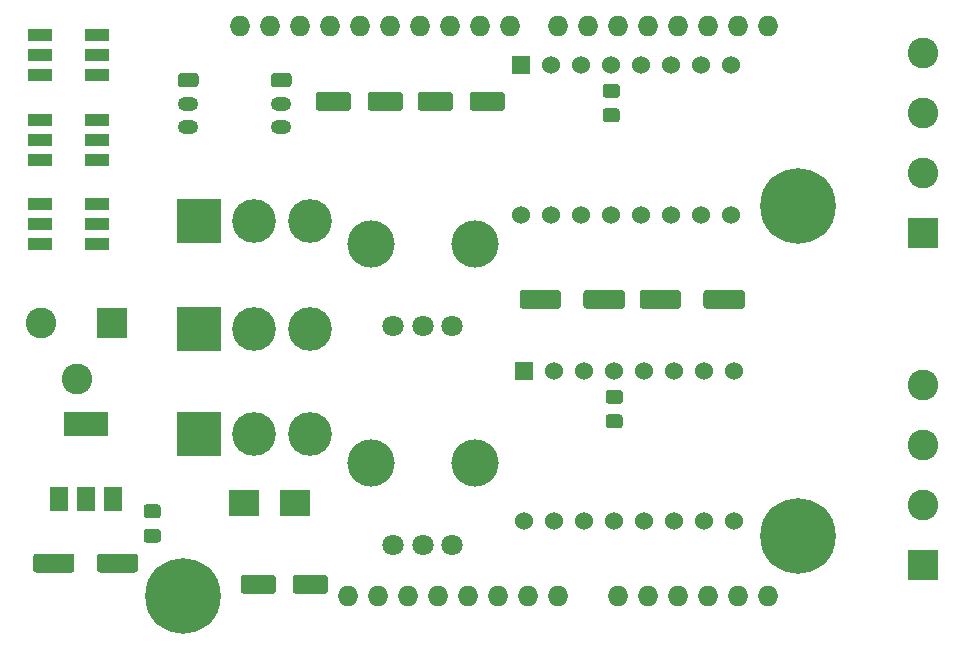
<source format=gts>
G04 #@! TF.GenerationSoftware,KiCad,Pcbnew,5.1.9-73d0e3b20d~88~ubuntu18.04.1*
G04 #@! TF.CreationDate,2021-02-13T22:57:23-05:00*
G04 #@! TF.ProjectId,driver,64726976-6572-42e6-9b69-6361645f7063,v1.0.0*
G04 #@! TF.SameCoordinates,Original*
G04 #@! TF.FileFunction,Soldermask,Top*
G04 #@! TF.FilePolarity,Negative*
%FSLAX46Y46*%
G04 Gerber Fmt 4.6, Leading zero omitted, Abs format (unit mm)*
G04 Created by KiCad (PCBNEW 5.1.9-73d0e3b20d~88~ubuntu18.04.1) date 2021-02-13 22:57:23*
%MOMM*%
%LPD*%
G01*
G04 APERTURE LIST*
%ADD10O,1.727200X1.727200*%
%ADD11C,3.200000*%
%ADD12R,1.524000X1.524000*%
%ADD13C,1.524000*%
%ADD14C,0.800000*%
%ADD15C,6.400000*%
%ADD16C,2.600000*%
%ADD17R,2.600000X2.600000*%
%ADD18O,1.750000X1.200000*%
%ADD19R,2.000000X1.100000*%
%ADD20C,1.800000*%
%ADD21C,4.000000*%
%ADD22C,3.700000*%
%ADD23R,3.700000X3.700000*%
%ADD24R,3.800000X2.000000*%
%ADD25R,1.500000X2.000000*%
%ADD26R,2.500000X2.300000*%
G04 APERTURE END LIST*
D10*
X171525000Y-125170000D03*
X168985000Y-125170000D03*
X166445000Y-125170000D03*
X163905000Y-125170000D03*
X161365000Y-125170000D03*
X135965000Y-125170000D03*
X142061000Y-76910000D03*
X139521000Y-76910000D03*
X136981000Y-76910000D03*
X131901000Y-76910000D03*
X129361000Y-76910000D03*
X126821000Y-76910000D03*
D11*
X121995000Y-125170000D03*
X174065000Y-92150000D03*
X174065000Y-120090000D03*
D10*
X144601000Y-76910000D03*
X147141000Y-76910000D03*
X149681000Y-76910000D03*
X134441000Y-76910000D03*
X153745000Y-76910000D03*
X156285000Y-76910000D03*
X158825000Y-76910000D03*
X161365000Y-76910000D03*
X163905000Y-76910000D03*
X166445000Y-76910000D03*
X168985000Y-76910000D03*
X171525000Y-76910000D03*
X138505000Y-125170000D03*
X141045000Y-125170000D03*
X143585000Y-125170000D03*
X146125000Y-125170000D03*
X148665000Y-125170000D03*
X151205000Y-125170000D03*
X153745000Y-125170000D03*
X158825000Y-125170000D03*
D12*
X150876000Y-106172000D03*
D13*
X153416000Y-106172000D03*
X155956000Y-106172000D03*
X158496000Y-106172000D03*
X161036000Y-106172000D03*
X163576000Y-106172000D03*
X166116000Y-106172000D03*
X168656000Y-106172000D03*
X168656000Y-118872000D03*
X166116000Y-118872000D03*
X163576000Y-118872000D03*
X161036000Y-118872000D03*
X158496000Y-118872000D03*
X155956000Y-118872000D03*
X153416000Y-118872000D03*
X150876000Y-118872000D03*
X150622000Y-92964000D03*
X153162000Y-92964000D03*
X155702000Y-92964000D03*
X158242000Y-92964000D03*
X160782000Y-92964000D03*
X163322000Y-92964000D03*
X165862000Y-92964000D03*
X168402000Y-92964000D03*
X168402000Y-80264000D03*
X165862000Y-80264000D03*
X163322000Y-80264000D03*
X160782000Y-80264000D03*
X158242000Y-80264000D03*
X155702000Y-80264000D03*
X153162000Y-80264000D03*
D12*
X150622000Y-80264000D03*
D10*
X158825000Y-125170000D03*
X153745000Y-125170000D03*
X151205000Y-125170000D03*
X148665000Y-125170000D03*
X146125000Y-125170000D03*
X143585000Y-125170000D03*
X141045000Y-125170000D03*
X138505000Y-125170000D03*
X171525000Y-76910000D03*
X168985000Y-76910000D03*
X166445000Y-76910000D03*
X163905000Y-76910000D03*
X161365000Y-76910000D03*
X158825000Y-76910000D03*
X156285000Y-76910000D03*
X153745000Y-76910000D03*
X134441000Y-76910000D03*
X149681000Y-76910000D03*
X147141000Y-76910000D03*
X144601000Y-76910000D03*
D11*
X174065000Y-120090000D03*
X174065000Y-92150000D03*
X121995000Y-125170000D03*
D10*
X126821000Y-76910000D03*
X129361000Y-76910000D03*
X131901000Y-76910000D03*
X136981000Y-76910000D03*
X139521000Y-76910000D03*
X142061000Y-76910000D03*
X135965000Y-125170000D03*
X161365000Y-125170000D03*
X163905000Y-125170000D03*
X166445000Y-125170000D03*
X168985000Y-125170000D03*
X171525000Y-125170000D03*
G36*
G01*
X141842000Y-83862000D02*
X141842000Y-82762000D01*
G75*
G02*
X142092000Y-82512000I250000J0D01*
G01*
X144592000Y-82512000D01*
G75*
G02*
X144842000Y-82762000I0J-250000D01*
G01*
X144842000Y-83862000D01*
G75*
G02*
X144592000Y-84112000I-250000J0D01*
G01*
X142092000Y-84112000D01*
G75*
G02*
X141842000Y-83862000I0J250000D01*
G01*
G37*
G36*
G01*
X146242000Y-83862000D02*
X146242000Y-82762000D01*
G75*
G02*
X146492000Y-82512000I250000J0D01*
G01*
X148992000Y-82512000D01*
G75*
G02*
X149242000Y-82762000I0J-250000D01*
G01*
X149242000Y-83862000D01*
G75*
G02*
X148992000Y-84112000I-250000J0D01*
G01*
X146492000Y-84112000D01*
G75*
G02*
X146242000Y-83862000I0J250000D01*
G01*
G37*
G36*
G01*
X131256000Y-124756000D02*
X131256000Y-123656000D01*
G75*
G02*
X131506000Y-123406000I250000J0D01*
G01*
X134006000Y-123406000D01*
G75*
G02*
X134256000Y-123656000I0J-250000D01*
G01*
X134256000Y-124756000D01*
G75*
G02*
X134006000Y-125006000I-250000J0D01*
G01*
X131506000Y-125006000D01*
G75*
G02*
X131256000Y-124756000I0J250000D01*
G01*
G37*
G36*
G01*
X126856000Y-124756000D02*
X126856000Y-123656000D01*
G75*
G02*
X127106000Y-123406000I250000J0D01*
G01*
X129606000Y-123406000D01*
G75*
G02*
X129856000Y-123656000I0J-250000D01*
G01*
X129856000Y-124756000D01*
G75*
G02*
X129606000Y-125006000I-250000J0D01*
G01*
X127106000Y-125006000D01*
G75*
G02*
X126856000Y-124756000I0J250000D01*
G01*
G37*
G36*
G01*
X118191000Y-121853000D02*
X118191000Y-122953000D01*
G75*
G02*
X117941000Y-123203000I-250000J0D01*
G01*
X114941000Y-123203000D01*
G75*
G02*
X114691000Y-122953000I0J250000D01*
G01*
X114691000Y-121853000D01*
G75*
G02*
X114941000Y-121603000I250000J0D01*
G01*
X117941000Y-121603000D01*
G75*
G02*
X118191000Y-121853000I0J-250000D01*
G01*
G37*
G36*
G01*
X112791000Y-121853000D02*
X112791000Y-122953000D01*
G75*
G02*
X112541000Y-123203000I-250000J0D01*
G01*
X109541000Y-123203000D01*
G75*
G02*
X109291000Y-122953000I0J250000D01*
G01*
X109291000Y-121853000D01*
G75*
G02*
X109541000Y-121603000I250000J0D01*
G01*
X112541000Y-121603000D01*
G75*
G02*
X112791000Y-121853000I0J-250000D01*
G01*
G37*
G36*
G01*
X133206000Y-83862000D02*
X133206000Y-82762000D01*
G75*
G02*
X133456000Y-82512000I250000J0D01*
G01*
X135956000Y-82512000D01*
G75*
G02*
X136206000Y-82762000I0J-250000D01*
G01*
X136206000Y-83862000D01*
G75*
G02*
X135956000Y-84112000I-250000J0D01*
G01*
X133456000Y-84112000D01*
G75*
G02*
X133206000Y-83862000I0J250000D01*
G01*
G37*
G36*
G01*
X137606000Y-83862000D02*
X137606000Y-82762000D01*
G75*
G02*
X137856000Y-82512000I250000J0D01*
G01*
X140356000Y-82512000D01*
G75*
G02*
X140606000Y-82762000I0J-250000D01*
G01*
X140606000Y-83862000D01*
G75*
G02*
X140356000Y-84112000I-250000J0D01*
G01*
X137856000Y-84112000D01*
G75*
G02*
X137606000Y-83862000I0J250000D01*
G01*
G37*
G36*
G01*
X166050000Y-100626000D02*
X166050000Y-99526000D01*
G75*
G02*
X166300000Y-99276000I250000J0D01*
G01*
X169300000Y-99276000D01*
G75*
G02*
X169550000Y-99526000I0J-250000D01*
G01*
X169550000Y-100626000D01*
G75*
G02*
X169300000Y-100876000I-250000J0D01*
G01*
X166300000Y-100876000D01*
G75*
G02*
X166050000Y-100626000I0J250000D01*
G01*
G37*
G36*
G01*
X160650000Y-100626000D02*
X160650000Y-99526000D01*
G75*
G02*
X160900000Y-99276000I250000J0D01*
G01*
X163900000Y-99276000D01*
G75*
G02*
X164150000Y-99526000I0J-250000D01*
G01*
X164150000Y-100626000D01*
G75*
G02*
X163900000Y-100876000I-250000J0D01*
G01*
X160900000Y-100876000D01*
G75*
G02*
X160650000Y-100626000I0J250000D01*
G01*
G37*
G36*
G01*
X150490000Y-100626000D02*
X150490000Y-99526000D01*
G75*
G02*
X150740000Y-99276000I250000J0D01*
G01*
X153740000Y-99276000D01*
G75*
G02*
X153990000Y-99526000I0J-250000D01*
G01*
X153990000Y-100626000D01*
G75*
G02*
X153740000Y-100876000I-250000J0D01*
G01*
X150740000Y-100876000D01*
G75*
G02*
X150490000Y-100626000I0J250000D01*
G01*
G37*
G36*
G01*
X155890000Y-100626000D02*
X155890000Y-99526000D01*
G75*
G02*
X156140000Y-99276000I250000J0D01*
G01*
X159140000Y-99276000D01*
G75*
G02*
X159390000Y-99526000I0J-250000D01*
G01*
X159390000Y-100626000D01*
G75*
G02*
X159140000Y-100876000I-250000J0D01*
G01*
X156140000Y-100876000D01*
G75*
G02*
X155890000Y-100626000I0J250000D01*
G01*
G37*
D14*
X175762056Y-90452944D03*
X174065000Y-89750000D03*
X172367944Y-90452944D03*
X171665000Y-92150000D03*
X172367944Y-93847056D03*
X174065000Y-94550000D03*
X175762056Y-93847056D03*
X176465000Y-92150000D03*
D15*
X174065000Y-92150000D03*
X121995000Y-125170000D03*
D14*
X124395000Y-125170000D03*
X123692056Y-126867056D03*
X121995000Y-127570000D03*
X120297944Y-126867056D03*
X119595000Y-125170000D03*
X120297944Y-123472944D03*
X121995000Y-122770000D03*
X123692056Y-123472944D03*
X175762056Y-118392944D03*
X174065000Y-117690000D03*
X172367944Y-118392944D03*
X171665000Y-120090000D03*
X172367944Y-121787056D03*
X174065000Y-122490000D03*
X175762056Y-121787056D03*
X176465000Y-120090000D03*
D15*
X174065000Y-120090000D03*
D16*
X184658000Y-79248000D03*
X184658000Y-84328000D03*
X184658000Y-89408000D03*
D17*
X184658000Y-94488000D03*
X184658000Y-122555000D03*
D16*
X184658000Y-117475000D03*
X184658000Y-112395000D03*
X184658000Y-107315000D03*
D18*
X122428000Y-85508600D03*
X122428000Y-83508600D03*
G36*
G01*
X121802999Y-80908600D02*
X123053001Y-80908600D01*
G75*
G02*
X123303000Y-81158599I0J-249999D01*
G01*
X123303000Y-81858601D01*
G75*
G02*
X123053001Y-82108600I-249999J0D01*
G01*
X121802999Y-82108600D01*
G75*
G02*
X121553000Y-81858601I0J249999D01*
G01*
X121553000Y-81158599D01*
G75*
G02*
X121802999Y-80908600I249999J0D01*
G01*
G37*
G36*
G01*
X129676999Y-80908600D02*
X130927001Y-80908600D01*
G75*
G02*
X131177000Y-81158599I0J-249999D01*
G01*
X131177000Y-81858601D01*
G75*
G02*
X130927001Y-82108600I-249999J0D01*
G01*
X129676999Y-82108600D01*
G75*
G02*
X129427000Y-81858601I0J249999D01*
G01*
X129427000Y-81158599D01*
G75*
G02*
X129676999Y-80908600I249999J0D01*
G01*
G37*
X130302000Y-83508600D03*
X130302000Y-85508600D03*
D17*
X115982000Y-102108000D03*
D16*
X109982000Y-102108000D03*
X112982000Y-106808000D03*
D19*
X114668000Y-81075000D03*
X114668000Y-79375000D03*
X114668000Y-77675000D03*
X109868000Y-77675000D03*
X109868000Y-79375000D03*
X109868000Y-81075000D03*
X109868000Y-88314000D03*
X109868000Y-86614000D03*
X109868000Y-84914000D03*
X114668000Y-84914000D03*
X114668000Y-86614000D03*
X114668000Y-88314000D03*
X114668000Y-95426000D03*
X114668000Y-93726000D03*
X114668000Y-92026000D03*
X109868000Y-92026000D03*
X109868000Y-93726000D03*
X109868000Y-95426000D03*
G36*
G01*
X158717000Y-85085500D02*
X157767000Y-85085500D01*
G75*
G02*
X157517000Y-84835500I0J250000D01*
G01*
X157517000Y-84160500D01*
G75*
G02*
X157767000Y-83910500I250000J0D01*
G01*
X158717000Y-83910500D01*
G75*
G02*
X158967000Y-84160500I0J-250000D01*
G01*
X158967000Y-84835500D01*
G75*
G02*
X158717000Y-85085500I-250000J0D01*
G01*
G37*
G36*
G01*
X158717000Y-83010500D02*
X157767000Y-83010500D01*
G75*
G02*
X157517000Y-82760500I0J250000D01*
G01*
X157517000Y-82085500D01*
G75*
G02*
X157767000Y-81835500I250000J0D01*
G01*
X158717000Y-81835500D01*
G75*
G02*
X158967000Y-82085500I0J-250000D01*
G01*
X158967000Y-82760500D01*
G75*
G02*
X158717000Y-83010500I-250000J0D01*
G01*
G37*
G36*
G01*
X158971000Y-108918000D02*
X158021000Y-108918000D01*
G75*
G02*
X157771000Y-108668000I0J250000D01*
G01*
X157771000Y-107993000D01*
G75*
G02*
X158021000Y-107743000I250000J0D01*
G01*
X158971000Y-107743000D01*
G75*
G02*
X159221000Y-107993000I0J-250000D01*
G01*
X159221000Y-108668000D01*
G75*
G02*
X158971000Y-108918000I-250000J0D01*
G01*
G37*
G36*
G01*
X158971000Y-110993000D02*
X158021000Y-110993000D01*
G75*
G02*
X157771000Y-110743000I0J250000D01*
G01*
X157771000Y-110068000D01*
G75*
G02*
X158021000Y-109818000I250000J0D01*
G01*
X158971000Y-109818000D01*
G75*
G02*
X159221000Y-110068000I0J-250000D01*
G01*
X159221000Y-110743000D01*
G75*
G02*
X158971000Y-110993000I-250000J0D01*
G01*
G37*
D20*
X139780000Y-120904000D03*
X142280000Y-120904000D03*
X144780000Y-120904000D03*
D21*
X137880000Y-113904000D03*
X146680000Y-113904000D03*
X146680000Y-95362000D03*
X137880000Y-95362000D03*
D20*
X144780000Y-102362000D03*
X142280000Y-102362000D03*
X139780000Y-102362000D03*
D22*
X128016000Y-111506000D03*
D23*
X123316000Y-111506000D03*
D22*
X132716000Y-111506000D03*
X132716000Y-102616000D03*
D23*
X123316000Y-102616000D03*
D22*
X128016000Y-102616000D03*
X128016000Y-93472000D03*
D23*
X123316000Y-93472000D03*
D22*
X132716000Y-93472000D03*
D24*
X113792000Y-110642000D03*
D25*
X113792000Y-116942000D03*
X116092000Y-116942000D03*
X111492000Y-116942000D03*
G36*
G01*
X118905000Y-117429000D02*
X119855000Y-117429000D01*
G75*
G02*
X120105000Y-117679000I0J-250000D01*
G01*
X120105000Y-118354000D01*
G75*
G02*
X119855000Y-118604000I-250000J0D01*
G01*
X118905000Y-118604000D01*
G75*
G02*
X118655000Y-118354000I0J250000D01*
G01*
X118655000Y-117679000D01*
G75*
G02*
X118905000Y-117429000I250000J0D01*
G01*
G37*
G36*
G01*
X118905000Y-119504000D02*
X119855000Y-119504000D01*
G75*
G02*
X120105000Y-119754000I0J-250000D01*
G01*
X120105000Y-120429000D01*
G75*
G02*
X119855000Y-120679000I-250000J0D01*
G01*
X118905000Y-120679000D01*
G75*
G02*
X118655000Y-120429000I0J250000D01*
G01*
X118655000Y-119754000D01*
G75*
G02*
X118905000Y-119504000I250000J0D01*
G01*
G37*
D26*
X127136000Y-117348000D03*
X131436000Y-117348000D03*
M02*

</source>
